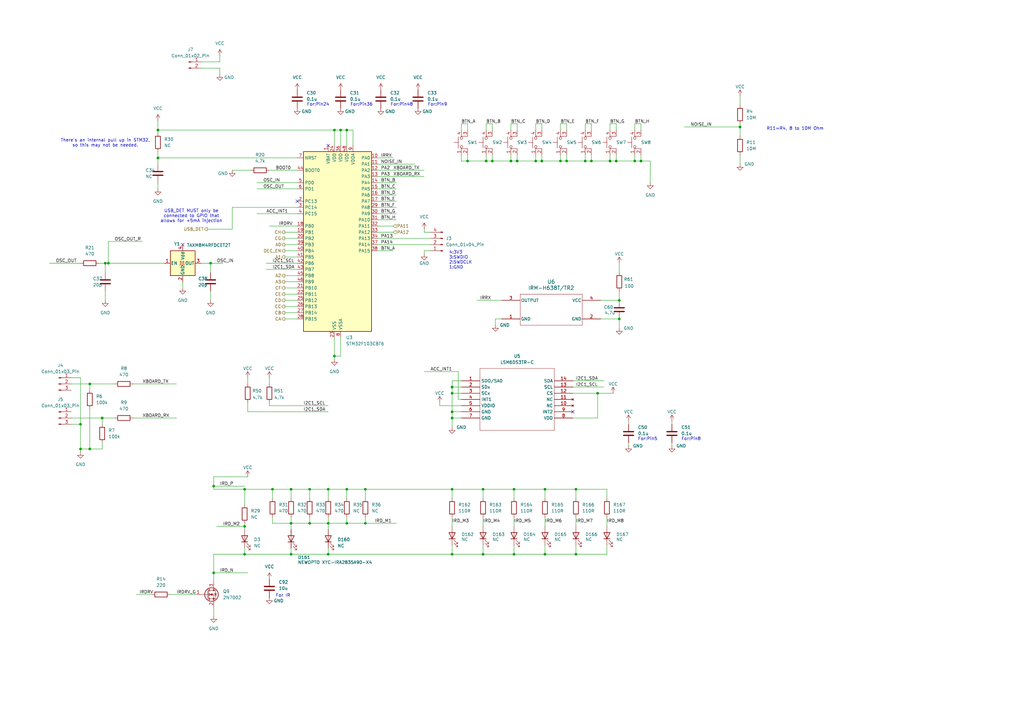
<source format=kicad_sch>
(kicad_sch (version 20231120) (generator "eeschema") (generator_version "8.0")
  (paper "A3")
  (junction (at 191.77 66.04))
  (junction (at 119.38 200.66))
  (junction (at 303.53 52.07))
  (junction (at 240.03 66.04))
  (junction (at 254 123.19))
  (junction (at 137.16 53.34))
  (junction (at 87.63 199.39))
  (junction (at 87.63 234.95))
  (junction (at 142.24 200.66))
  (junction (at 236.22 227.33))
  (junction (at 198.12 200.66))
  (junction (at 149.86 200.66))
  (junction (at 236.22 200.66))
  (junction (at 137.16 146.05))
  (junction (at 119.38 214.63))
  (junction (at 149.86 214.63))
  (junction (at 254 130.81))
  (junction (at 134.62 200.66))
  (junction (at 219.71 66.04))
  (junction (at 119.38 227.33))
  (junction (at 33.02 173.99))
  (junction (at 250.19 66.04))
  (junction (at 262.89 66.04))
  (junction (at 223.52 200.66))
  (junction (at 134.62 214.63))
  (junction (at 134.62 227.33))
  (junction (at 223.52 227.33))
  (junction (at 222.25 66.04))
  (junction (at 86.36 107.95))
  (junction (at 100.33 200.66))
  (junction (at 41.91 171.45))
  (junction (at 111.76 200.66))
  (junction (at 127 214.63))
  (junction (at 36.83 157.48))
  (junction (at 232.41 66.04))
  (junction (at 185.42 200.66))
  (junction (at 209.55 66.04))
  (junction (at 44.45 107.95))
  (junction (at 242.57 66.04))
  (junction (at 127 200.66))
  (junction (at 185.42 158.75))
  (junction (at 252.73 66.04))
  (junction (at 185.42 161.29))
  (junction (at 142.24 214.63))
  (junction (at 43.18 107.95))
  (junction (at 210.82 227.33))
  (junction (at 64.77 53.34))
  (junction (at 36.83 184.15))
  (junction (at 212.09 66.04))
  (junction (at 64.77 64.77))
  (junction (at 201.93 66.04))
  (junction (at 199.39 66.04))
  (junction (at 100.33 215.9))
  (junction (at 210.82 200.66))
  (junction (at 198.12 227.33))
  (junction (at 100.33 227.33))
  (junction (at 185.42 168.91))
  (junction (at 139.7 53.34))
  (junction (at 185.42 227.33))
  (junction (at 142.24 53.34))
  (junction (at 229.87 66.04))
  (junction (at 185.42 171.45))
  (junction (at 33.02 184.15))
  (junction (at 260.35 66.04))
  (junction (at 245.11 161.29))
  (no_connect (at 134.62 59.69))
  (no_connect (at 74.93 100.33))
  (no_connect (at 121.92 82.55))
  (no_connect (at 234.95 168.91))
  (wire (pts (xy 100.33 200.66) (xy 100.33 207.01)))
  (wire (pts (xy 246.38 130.81) (xy 254 130.81)))
  (wire (pts (xy 110.49 166.37) (xy 134.62 166.37)))
  (wire (pts (xy 111.76 200.66) (xy 111.76 204.47)))
  (wire (pts (xy 95.25 85.09) (xy 95.25 93.98)))
  (wire (pts (xy 260.35 63.5) (xy 260.35 66.04)))
  (wire (pts (xy 303.53 52.07) (xy 303.53 50.8)))
  (wire (pts (xy 119.38 200.66) (xy 119.38 204.47)))
  (wire (pts (xy 212.09 66.04) (xy 209.55 66.04)))
  (wire (pts (xy 64.77 53.34) (xy 137.16 53.34)))
  (wire (pts (xy 275.59 181.61) (xy 275.59 182.88)))
  (wire (pts (xy 275.59 172.72) (xy 275.59 173.99)))
  (wire (pts (xy 222.25 66.04) (xy 219.71 66.04)))
  (wire (pts (xy 116.84 123.19) (xy 121.92 123.19)))
  (wire (pts (xy 198.12 212.09) (xy 198.12 215.9)))
  (wire (pts (xy 137.16 53.34) (xy 137.16 59.69)))
  (wire (pts (xy 198.12 227.33) (xy 210.82 227.33)))
  (wire (pts (xy 149.86 212.09) (xy 149.86 214.63)))
  (wire (pts (xy 242.57 66.04) (xy 240.03 66.04)))
  (wire (pts (xy 232.41 63.5) (xy 232.41 66.04)))
  (wire (pts (xy 185.42 227.33) (xy 185.42 223.52)))
  (wire (pts (xy 85.09 93.98) (xy 95.25 93.98)))
  (wire (pts (xy 185.42 156.21) (xy 185.42 158.75)))
  (wire (pts (xy 105.41 77.47) (xy 121.92 77.47)))
  (wire (pts (xy 87.63 200.66) (xy 100.33 200.66)))
  (wire (pts (xy 303.53 52.07) (xy 303.53 55.88)))
  (wire (pts (xy 111.76 200.66) (xy 119.38 200.66)))
  (wire (pts (xy 199.39 63.5) (xy 199.39 66.04)))
  (wire (pts (xy 185.42 171.45) (xy 185.42 175.26)))
  (wire (pts (xy 116.84 120.65) (xy 121.92 120.65)))
  (wire (pts (xy 44.45 107.95) (xy 67.31 107.95)))
  (wire (pts (xy 212.09 63.5) (xy 212.09 66.04)))
  (wire (pts (xy 137.16 138.43) (xy 137.16 146.05)))
  (wire (pts (xy 262.89 50.8) (xy 262.89 53.34)))
  (wire (pts (xy 154.94 67.31) (xy 170.18 67.31)))
  (wire (pts (xy 95.25 69.85) (xy 102.87 69.85)))
  (wire (pts (xy 116.84 95.25) (xy 121.92 95.25)))
  (wire (pts (xy 219.71 63.5) (xy 219.71 66.04)))
  (wire (pts (xy 191.77 66.04) (xy 199.39 66.04)))
  (wire (pts (xy 189.23 63.5) (xy 189.23 66.04)))
  (wire (pts (xy 87.63 234.95) (xy 87.63 227.33)))
  (wire (pts (xy 109.22 107.95) (xy 121.92 107.95)))
  (wire (pts (xy 154.94 85.09) (xy 162.56 85.09)))
  (wire (pts (xy 212.09 50.8) (xy 212.09 53.34)))
  (wire (pts (xy 105.41 87.63) (xy 121.92 87.63)))
  (wire (pts (xy 44.45 107.95) (xy 44.45 99.06)))
  (wire (pts (xy 185.42 227.33) (xy 198.12 227.33)))
  (wire (pts (xy 154.94 102.87) (xy 161.29 102.87)))
  (wire (pts (xy 154.94 90.17) (xy 162.56 90.17)))
  (wire (pts (xy 254 107.95) (xy 254 111.76)))
  (wire (pts (xy 189.23 163.83) (xy 187.96 163.83)))
  (wire (pts (xy 134.62 200.66) (xy 142.24 200.66)))
  (wire (pts (xy 134.62 200.66) (xy 134.62 204.47)))
  (wire (pts (xy 248.92 200.66) (xy 248.92 204.47)))
  (wire (pts (xy 173.99 152.4) (xy 187.96 152.4)))
  (wire (pts (xy 154.94 100.33) (xy 176.53 100.33)))
  (wire (pts (xy 54.61 157.48) (xy 72.39 157.48)))
  (wire (pts (xy 116.84 100.33) (xy 121.92 100.33)))
  (wire (pts (xy 242.57 50.8) (xy 242.57 53.34)))
  (wire (pts (xy 100.33 215.9) (xy 100.33 217.17)))
  (wire (pts (xy 127 200.66) (xy 127 204.47)))
  (wire (pts (xy 252.73 50.8) (xy 252.73 53.34)))
  (wire (pts (xy 64.77 53.34) (xy 64.77 54.61)))
  (wire (pts (xy 142.24 214.63) (xy 134.62 214.63)))
  (wire (pts (xy 82.55 107.95) (xy 86.36 107.95)))
  (wire (pts (xy 154.94 80.01) (xy 162.56 80.01)))
  (wire (pts (xy 116.84 130.81) (xy 121.92 130.81)))
  (wire (pts (xy 201.93 66.04) (xy 209.55 66.04)))
  (wire (pts (xy 74.93 115.57) (xy 74.93 118.11)))
  (wire (pts (xy 189.23 50.8) (xy 191.77 50.8)))
  (wire (pts (xy 90.17 27.94) (xy 90.17 30.48)))
  (wire (pts (xy 116.84 118.11) (xy 121.92 118.11)))
  (wire (pts (xy 210.82 200.66) (xy 210.82 204.47)))
  (wire (pts (xy 127 214.63) (xy 119.38 214.63)))
  (wire (pts (xy 236.22 200.66) (xy 236.22 204.47)))
  (wire (pts (xy 110.49 92.71) (xy 121.92 92.71)))
  (wire (pts (xy 242.57 63.5) (xy 242.57 66.04)))
  (wire (pts (xy 127 200.66) (xy 134.62 200.66)))
  (wire (pts (xy 201.93 66.04) (xy 199.39 66.04)))
  (wire (pts (xy 86.36 111.76) (xy 86.36 107.95)))
  (wire (pts (xy 252.73 63.5) (xy 252.73 66.04)))
  (wire (pts (xy 29.21 157.48) (xy 36.83 157.48)))
  (wire (pts (xy 223.52 212.09) (xy 223.52 215.9)))
  (wire (pts (xy 82.55 25.4) (xy 90.17 25.4)))
  (wire (pts (xy 100.33 214.63) (xy 100.33 215.9)))
  (wire (pts (xy 240.03 63.5) (xy 240.03 66.04)))
  (wire (pts (xy 116.84 97.79) (xy 121.92 97.79)))
  (wire (pts (xy 198.12 200.66) (xy 198.12 204.47)))
  (wire (pts (xy 29.21 173.99) (xy 33.02 173.99)))
  (wire (pts (xy 142.24 59.69) (xy 142.24 53.34)))
  (wire (pts (xy 254 119.38) (xy 254 123.19)))
  (wire (pts (xy 154.94 74.93) (xy 162.56 74.93)))
  (wire (pts (xy 242.57 66.04) (xy 250.19 66.04)))
  (wire (pts (xy 223.52 200.66) (xy 223.52 204.47)))
  (wire (pts (xy 189.23 66.04) (xy 191.77 66.04)))
  (wire (pts (xy 43.18 119.38) (xy 43.18 123.19)))
  (wire (pts (xy 134.62 227.33) (xy 119.38 227.33)))
  (wire (pts (xy 44.45 99.06) (xy 58.42 99.06)))
  (wire (pts (xy 90.17 25.4) (xy 90.17 22.86)))
  (wire (pts (xy 36.83 157.48) (xy 36.83 160.02)))
  (wire (pts (xy 232.41 50.8) (xy 232.41 53.34)))
  (wire (pts (xy 236.22 200.66) (xy 248.92 200.66)))
  (wire (pts (xy 43.18 107.95) (xy 44.45 107.95)))
  (wire (pts (xy 87.63 227.33) (xy 100.33 227.33)))
  (wire (pts (xy 29.21 154.94) (xy 33.02 154.94)))
  (wire (pts (xy 40.64 107.95) (xy 43.18 107.95)))
  (wire (pts (xy 134.62 227.33) (xy 185.42 227.33)))
  (wire (pts (xy 257.81 181.61) (xy 257.81 182.88)))
  (wire (pts (xy 246.38 123.19) (xy 254 123.19)))
  (wire (pts (xy 250.19 50.8) (xy 252.73 50.8)))
  (wire (pts (xy 144.78 59.69) (xy 144.78 53.34)))
  (wire (pts (xy 87.63 234.95) (xy 101.6 234.95)))
  (wire (pts (xy 173.99 93.98) (xy 173.99 95.25)))
  (wire (pts (xy 185.42 161.29) (xy 185.42 168.91)))
  (wire (pts (xy 185.42 200.66) (xy 198.12 200.66)))
  (wire (pts (xy 262.89 63.5) (xy 262.89 66.04)))
  (wire (pts (xy 203.2 130.81) (xy 205.74 130.81)))
  (wire (pts (xy 154.94 95.25) (xy 161.29 95.25)))
  (wire (pts (xy 185.42 200.66) (xy 185.42 204.47)))
  (wire (pts (xy 144.78 53.34) (xy 142.24 53.34)))
  (wire (pts (xy 127 214.63) (xy 134.62 214.63)))
  (wire (pts (xy 87.63 195.58) (xy 87.63 199.39)))
  (wire (pts (xy 236.22 227.33) (xy 248.92 227.33)))
  (wire (pts (xy 250.19 53.34) (xy 250.19 50.8)))
  (wire (pts (xy 222.25 50.8) (xy 222.25 53.34)))
  (wire (pts (xy 280.67 52.07) (xy 303.53 52.07)))
  (wire (pts (xy 100.33 224.79) (xy 100.33 227.33)))
  (wire (pts (xy 199.39 53.34) (xy 199.39 50.8)))
  (wire (pts (xy 185.42 161.29) (xy 189.23 161.29)))
  (wire (pts (xy 260.35 53.34) (xy 260.35 50.8)))
  (wire (pts (xy 209.55 50.8) (xy 212.09 50.8)))
  (wire (pts (xy 187.96 163.83) (xy 187.96 152.4)))
  (wire (pts (xy 64.77 74.93) (xy 64.77 77.47)))
  (wire (pts (xy 252.73 66.04) (xy 260.35 66.04)))
  (wire (pts (xy 86.36 119.38) (xy 86.36 123.19)))
  (wire (pts (xy 198.12 227.33) (xy 198.12 223.52)))
  (wire (pts (xy 229.87 63.5) (xy 229.87 66.04)))
  (wire (pts (xy 41.91 181.61) (xy 41.91 184.15)))
  (wire (pts (xy 234.95 156.21) (xy 247.65 156.21)))
  (wire (pts (xy 209.55 53.34) (xy 209.55 50.8)))
  (wire (pts (xy 54.61 171.45) (xy 72.39 171.45)))
  (wire (pts (xy 142.24 212.09) (xy 142.24 214.63)))
  (wire (pts (xy 20.32 107.95) (xy 33.02 107.95)))
  (wire (pts (xy 240.03 50.8) (xy 242.57 50.8)))
  (wire (pts (xy 240.03 53.34) (xy 240.03 50.8)))
  (wire (pts (xy 33.02 154.94) (xy 33.02 173.99)))
  (wire (pts (xy 36.83 167.64) (xy 36.83 184.15)))
  (wire (pts (xy 41.91 184.15) (xy 36.83 184.15)))
  (wire (pts (xy 119.38 214.63) (xy 119.38 217.17)))
  (wire (pts (xy 303.53 39.37) (xy 303.53 43.18)))
  (wire (pts (xy 185.42 158.75) (xy 185.42 161.29)))
  (wire (pts (xy 248.92 212.09) (xy 248.92 215.9)))
  (wire (pts (xy 223.52 200.66) (xy 236.22 200.66)))
  (wire (pts (xy 260.35 50.8) (xy 262.89 50.8)))
  (wire (pts (xy 87.63 234.95) (xy 87.63 238.76)))
  (wire (pts (xy 100.33 200.66) (xy 111.76 200.66)))
  (wire (pts (xy 189.23 156.21) (xy 185.42 156.21)))
  (wire (pts (xy 234.95 158.75) (xy 247.65 158.75)))
  (wire (pts (xy 110.49 166.37) (xy 110.49 165.1)))
  (wire (pts (xy 232.41 66.04) (xy 240.03 66.04)))
  (wire (pts (xy 134.62 212.09) (xy 134.62 214.63)))
  (wire (pts (xy 119.38 212.09) (xy 119.38 214.63)))
  (wire (pts (xy 110.49 154.94) (xy 110.49 157.48)))
  (wire (pts (xy 154.94 69.85) (xy 173.99 69.85)))
  (wire (pts (xy 149.86 200.66) (xy 185.42 200.66)))
  (wire (pts (xy 64.77 62.23) (xy 64.77 64.77)))
  (wire (pts (xy 88.9 215.9) (xy 100.33 215.9)))
  (wire (pts (xy 245.11 161.29) (xy 245.11 171.45)))
  (wire (pts (xy 87.63 195.58) (xy 101.6 195.58)))
  (wire (pts (xy 212.09 66.04) (xy 219.71 66.04)))
  (wire (pts (xy 36.83 184.15) (xy 33.02 184.15)))
  (wire (pts (xy 266.7 74.93) (xy 266.7 66.04)))
  (wire (pts (xy 119.38 200.66) (xy 127 200.66)))
  (wire (pts (xy 116.84 102.87) (xy 121.92 102.87)))
  (wire (pts (xy 210.82 212.09) (xy 210.82 215.9)))
  (wire (pts (xy 87.63 248.92) (xy 87.63 252.73)))
  (wire (pts (xy 119.38 227.33) (xy 100.33 227.33)))
  (wire (pts (xy 41.91 171.45) (xy 46.99 171.45)))
  (wire (pts (xy 116.84 128.27) (xy 121.92 128.27)))
  (wire (pts (xy 210.82 200.66) (xy 223.52 200.66)))
  (wire (pts (xy 149.86 200.66) (xy 149.86 204.47)))
  (wire (pts (xy 142.24 53.34) (xy 139.7 53.34)))
  (wire (pts (xy 191.77 66.04) (xy 191.77 63.5)))
  (wire (pts (xy 154.94 64.77) (xy 161.29 64.77)))
  (wire (pts (xy 191.77 50.8) (xy 191.77 53.34)))
  (wire (pts (xy 222.25 63.5) (xy 222.25 66.04)))
  (wire (pts (xy 180.34 166.37) (xy 180.34 165.1)))
  (wire (pts (xy 219.71 53.34) (xy 219.71 50.8)))
  (wire (pts (xy 236.22 227.33) (xy 236.22 223.52)))
  (wire (pts (xy 210.82 227.33) (xy 223.52 227.33)))
  (wire (pts (xy 142.24 214.63) (xy 149.86 214.63)))
  (wire (pts (xy 173.99 102.87) (xy 173.99 104.14)))
  (wire (pts (xy 154.94 77.47) (xy 162.56 77.47)))
  (wire (pts (xy 173.99 95.25) (xy 176.53 95.25)))
  (wire (pts (xy 43.18 107.95) (xy 43.18 111.76)))
  (wire (pts (xy 111.76 214.63) (xy 111.76 212.09)))
  (wire (pts (xy 245.11 171.45) (xy 234.95 171.45)))
  (wire (pts (xy 210.82 227.33) (xy 210.82 223.52)))
  (wire (pts (xy 116.84 125.73) (xy 121.92 125.73)))
  (wire (pts (xy 189.23 158.75) (xy 185.42 158.75)))
  (wire (pts (xy 82.55 27.94) (xy 90.17 27.94)))
  (wire (pts (xy 185.42 168.91) (xy 185.42 171.45)))
  (wire (pts (xy 101.6 168.91) (xy 101.6 165.1)))
  (wire (pts (xy 219.71 50.8) (xy 222.25 50.8)))
  (wire (pts (xy 154.94 87.63) (xy 162.56 87.63)))
  (wire (pts (xy 69.85 243.84) (xy 80.01 243.84)))
  (wire (pts (xy 262.89 66.04) (xy 260.35 66.04)))
  (wire (pts (xy 154.94 72.39) (xy 173.99 72.39)))
  (wire (pts (xy 234.95 161.29) (xy 245.11 161.29)))
  (wire (pts (xy 254 130.81) (xy 254 134.62)))
  (wire (pts (xy 121.92 85.09) (xy 95.25 85.09)))
  (wire (pts (xy 195.58 123.19) (xy 205.74 123.19)))
  (wire (pts (xy 149.86 214.63) (xy 162.56 214.63)))
  (wire (pts (xy 137.16 146.05) (xy 137.16 147.32)))
  (wire (pts (xy 229.87 50.8) (xy 232.41 50.8)))
  (wire (pts (xy 232.41 66.04) (xy 229.87 66.04)))
  (wire (pts (xy 257.81 172.72) (xy 257.81 173.99)))
  (wire (pts (xy 101.6 154.94) (xy 101.6 157.48)))
  (wire (pts (xy 137.16 146.05) (xy 139.7 146.05)))
  (wire (pts (xy 189.23 171.45) (xy 185.42 171.45)))
  (wire (pts (xy 36.83 157.48) (xy 46.99 157.48)))
  (wire (pts (xy 134.62 214.63) (xy 134.62 217.17)))
  (wire (pts (xy 303.53 63.5) (xy 303.53 67.31)))
  (wire (pts (xy 201.93 63.5) (xy 201.93 66.04)))
  (wire (pts (xy 248.92 227.33) (xy 248.92 223.52)))
  (wire (pts (xy 64.77 64.77) (xy 121.92 64.77)))
  (wire (pts (xy 87.63 199.39) (xy 100.33 199.39)))
  (wire (pts (xy 229.87 53.34) (xy 229.87 50.8)))
  (wire (pts (xy 116.84 105.41) (xy 121.92 105.41)))
  (wire (pts (xy 251.46 161.29) (xy 245.11 161.29)))
  (wire (pts (xy 236.22 212.09) (xy 236.22 215.9)))
  (wire (pts (xy 154.94 82.55) (xy 162.56 82.55)))
  (wire (pts (xy 198.12 200.66) (xy 210.82 200.66)))
  (wire (pts (xy 116.84 115.57) (xy 121.92 115.57)))
  (wire (pts (xy 116.84 113.03) (xy 121.92 113.03)))
  (wire (pts (xy 86.36 107.95) (xy 91.44 107.95)))
  (wire (pts (xy 119.38 224.79) (xy 119.38 227.33)))
  (wire (pts (xy 189.23 166.37) (xy 180.34 166.37)))
  (wire (pts (xy 252.73 66.04) (xy 250.19 66.04)))
  (wire (pts (xy 189.23 53.34) (xy 189.23 50.8)))
  (wire (pts (xy 109.22 110.49) (xy 121.92 110.49)))
  (wire (pts (xy 55.88 243.84) (xy 62.23 243.84)))
  (wire (pts (xy 29.21 171.45) (xy 41.91 171.45)))
  (wire (pts (xy 64.77 64.77) (xy 64.77 67.31)))
  (wire (pts (xy 266.7 66.04) (xy 262.89 66.04)))
  (wire (pts (xy 223.52 227.33) (xy 223.52 223.52)))
  (wire (pts (xy 33.02 173.99) (xy 33.02 184.15)))
  (wire (pts (xy 139.7 59.69) (xy 139.7 53.34)))
  (wire (pts (xy 222.25 66.04) (xy 229.87 66.04)))
  (wire (pts (xy 142.24 200.66) (xy 149.86 200.66)))
  (wire (pts (xy 87.63 199.39) (xy 87.63 200.66)))
  (wire (pts (xy 203.2 133.35) (xy 203.2 130.81)))
  (wire (pts (xy 33.02 184.15) (xy 33.02 185.42)))
  (wire (pts (xy 154.94 97.79) (xy 176.53 97.79)))
  (wire (pts (xy 139.7 53.34) (xy 137.16 53.34)))
  (wire (pts (xy 119.38 214.63) (xy 111.76 214.63)))
  (wire (pts (xy 105.41 74.93) (xy 121.92 74.93)))
  (wire (pts (xy 176.53 102.87) (xy 173.99 102.87)))
  (wire (pts (xy 250.19 63.5) (xy 250.19 66.04)))
  (wire (pts (xy 201.93 50.8) (xy 201.93 53.34)))
  (wire (pts (xy 185.42 212.09) (xy 185.42 215.9)))
  (wire (pts (xy 189.23 168.91) (xy 185.42 168.91)))
  (wire (pts (xy 41.91 171.45) (xy 41.91 173.99)))
  (wire (pts (xy 154.94 92.71) (xy 161.29 92.71)))
  (wire (pts (xy 127 212.09) (xy 127 214.63)))
  (wire (pts (xy 139.7 146.05) (xy 139.7 138.43)))
  (wire (pts (xy 134.62 224.79) (xy 134.62 227.33)))
  (wire (pts (xy 64.77 49.53) (xy 64.77 53.34)))
  (wire (pts (xy 223.52 227.33) (xy 236.22 227.33)))
  (wire (pts (xy 101.6 168.91) (xy 134.62 168.91)))
  (wire (pts (xy 199.39 50.8) (xy 201.93 50.8)))
  (wire (pts (xy 110.49 69.85) (xy 121.92 69.85)))
  (wire (pts (xy 142.24 200.66) (xy 142.24 204.47)))
  (wire (pts (xy 209.55 63.5) (xy 209.55 66.04)))
  (text "For:Pin48\n" (at 160.146 43.67 0) (effects (font (size 1.27 1.27)) (justify left bottom)))
  (text "There's an internal pull up in STM32,\nso this may not be needed." (at 43.18 58.674 0) (effects (font (size 1.27 1.27))))
  (text "4:3V3\n3:SWDIO\n2:SWDCLK\n1:GND" (at 184.15 110.49 0) (effects (font (size 1.27 1.27)) (justify left bottom)))
  (text "For:Pin24\n" (at 125.856 43.67 0) (effects (font (size 1.27 1.27)) (justify left bottom)))
  (text "For:Pin8\n" (at 279.4 180.848 0) (effects (font (size 1.27 1.27)) (justify left bottom)))
  (text "For:Pin9\n" (at 175.386 43.67 0) (effects (font (size 1.27 1.27)) (justify left bottom)))
  (text "USB_DET MUST only be\nconnected to GPIO that\nallows for +5mA injection\n" (at 78.486 88.646 0) (effects (font (size 1.27 1.27))))
  (text "For:Pin5\n" (at 261.62 180.848 0) (effects (font (size 1.27 1.27)) (justify left bottom)))
  (text "R11=R4, 8 to 10M Ohm" (at 326.136 52.832 0) (effects (font (size 1.27 1.27))))
  (text "For:Pin36\n" (at 143.636 43.67 0) (effects (font (size 1.27 1.27)) (justify left bottom)))
  (text "For IR\n" (at 116.078 244.348 0) (effects (font (size 1.27 1.27))))
  (label "BTN_D" (at 156.21 80.01 0))
  (label "BTN_F" (at 156.21 85.09 0))
  (label "ACC_INT1" (at 109.22 87.63 0))
  (label "BTN_H" (at 260.35 50.8 0))
  (label "BTN_G" (at 156.21 87.63 0))
  (label "BTN_A" (at 189.23 50.8 0))
  (label "I2C1_SCL" (at 124.46 166.37 0))
  (label "IRD_M1" (at 153.67 214.63 0))
  (label "IRD_M2" (at 91.44 215.9 0))
  (label "PA3" (at 156.21 72.39 0))
  (label "I2C1_SDA" (at 124.46 168.91 0))
  (label "PA13" (at 156.21 97.79 0))
  (label "BOOT0" (at 113.03 69.85 0))
  (label "OSC_IN" (at 88.9 107.95 0))
  (label "BTN_H" (at 156.21 90.17 0))
  (label "BTN_A" (at 156.21 102.87 0))
  (label "PA14" (at 156.21 100.33 0))
  (label "OSC_OUT" (at 107.95 77.47 0))
  (label "IRD_M7" (at 236.22 214.63 0))
  (label "ACC_INT1" (at 176.53 152.4 0))
  (label "I2C1_SDA" (at 236.22 156.21 0))
  (label "IRRX" (at 196.85 123.19 0))
  (label "XBOARD_RX" (at 58.42 171.45 0))
  (label "BTN_E" (at 156.21 82.55 0))
  (label "IRDRV" (at 57.15 243.84 0))
  (label "OSC_OUT" (at 22.86 107.95 0))
  (label "XBOARD_TX" (at 58.42 157.48 0))
  (label "NOISE_IN" (at 156.21 67.31 0))
  (label "BTN_C" (at 156.21 77.47 0))
  (label "IRDRV_G" (at 72.39 243.84 0))
  (label "IRD_M4" (at 198.12 214.63 0))
  (label "I2C1_SCL" (at 236.22 158.75 0))
  (label "NOISE_IN" (at 283.21 52.07 0))
  (label "OSC_OUT_R" (at 46.99 99.06 0))
  (label "BTN_E" (at 229.87 50.8 0))
  (label "BTN_D" (at 219.71 50.8 0))
  (label "BTN_F" (at 240.03 50.8 0))
  (label "IRD_N" (at 90.17 234.95 0))
  (label "IRD_M8" (at 248.92 214.63 0))
  (label "IRD_P" (at 90.17 199.39 0))
  (label "BTN_C" (at 209.55 50.8 0))
  (label "I2C1_SDA" (at 111.76 110.49 0))
  (label "I2C1_SCL" (at 111.76 107.95 0))
  (label "IRD_M6" (at 223.52 214.63 0))
  (label "PA2" (at 156.21 69.85 0))
  (label "OSC_IN" (at 107.95 74.93 0))
  (label "IRD_M5" (at 210.82 214.63 0))
  (label "IRRX" (at 156.21 64.77 0))
  (label "IRD_M3" (at 185.42 214.63 0))
  (label "XBOARD_TX" (at 161.29 69.85 0))
  (label "BTN_B" (at 199.39 50.8 0))
  (label "IRDRV" (at 114.3 92.71 0))
  (label "BTN_B" (at 156.21 74.93 0))
  (label "XBOARD_RX" (at 161.29 72.39 0))
  (label "BTN_G" (at 250.19 50.8 0))
  (hierarchical_label "A3" (shape output) (at 116.84 115.57 180))
  (hierarchical_label "CA" (shape output) (at 116.84 130.81 180))
  (hierarchical_label "CC" (shape output) (at 116.84 125.73 180))
  (hierarchical_label "CD" (shape output) (at 116.84 123.19 180))
  (hierarchical_label "DEC_EN" (shape output) (at 116.84 102.87 180))
  (hierarchical_label "A0" (shape output) (at 116.84 100.33 180))
  (hierarchical_label "PA12" (shape input) (at 161.29 95.25 0))
  (hierarchical_label "A2" (shape output) (at 116.84 113.03 180))
  (hierarchical_label "CH" (shape output) (at 116.84 95.25 180))
  (hierarchical_label "A1" (shape output) (at 116.84 105.41 180))
  (hierarchical_label "CE" (shape output) (at 116.84 120.65 180))
  (hierarchical_label "CG" (shape output) (at 116.84 97.79 180))
  (hierarchical_label "PA11" (shape input) (at 161.29 92.71 0))
  (hierarchical_label "CB" (shape output) (at 116.84 128.27 180))
  (hierarchical_label "CF" (shape output) (at 116.84 118.11 180))
  (hierarchical_label "USB_DET" (shape output) (at 85.09 93.98 180))
  (symbol (lib_id "Device:C") (at 257.81 177.8 0) (unit 1)
    (property "Reference" "C50" (at 261.62 175.26 0) (effects (justify left)))
    (property "Value" "0.1u" (at 261.62 177.8 0) (effects (justify left)))
    (property "Footprint" "Capacitor_SMD:C_0402_1005Metric_Pad0.74x0.62mm_HandSolder" (effects (hide yes)))
  )
  (symbol (lib_id "Device:R") (at 110.49 161.29 180) (unit 1)
    (property "Reference" "R51" (at 114.3 160.274 0))
    (property "Value" "4.7k" (at 114.554 163.068 0))
    (property "Footprint" "Resistor_SMD:R_0402_1005Metric_Pad0.72x0.64mm_HandSolder" (effects (hide yes)))
  )
  (symbol (lib_id "Device:R") (at 236.22 208.28 0) (unit 1)
    (property "Reference" "R166" (at 238.76 207.0099 0) (effects (justify left)))
    (property "Value" "110R" (at 238.76 209.5499 0) (effects (justify left)))
    (property "Footprint" "Resistor_SMD:R_1206_3216Metric_Pad1.30x1.75mm_HandSolder" (effects (hide yes)))
    (property "Description" "Resistor" (effects (hide yes)))
  )
  (symbol (lib_id "Device:C") (at 64.77 71.12 0) (unit 1)
    (property "Reference" "C34" (at 59.69 69.85 0) (effects (justify left)))
    (property "Value" "NC" (at 59.69 72.39 0) (effects (justify left)))
    (property "Footprint" "Capacitor_SMD:C_0402_1005Metric_Pad0.74x0.62mm_HandSolder" (effects (hide yes)))
  )
  (symbol (lib_id "power:GND") (at 137.16 147.32 0) (unit 1)
    (property "Reference" "#PWR022" (effects (hide yes)))
    (property "Value" "GND" (at 137.16 152.4 0))
  )
  (symbol (lib_id "Device:R") (at 303.53 46.99 0) (unit 1)
    (property "Reference" "R4" (at 306.07 45.7199 0) (effects (justify left)))
    (property "Value" "10M" (at 306.07 48.2599 0) (effects (justify left)))
    (property "Footprint" "Resistor_SMD:R_0402_1005Metric_Pad0.72x0.64mm_HandSolder" (effects (hide yes)))
    (property "Description" "Resistor" (effects (hide yes)))
  )
  (symbol (lib_id "Device:R") (at 111.76 208.28 0) (unit 1)
    (property "Reference" "R31" (at 114.3 207.0099 0) (effects (justify left)))
    (property "Value" "470" (at 114.3 209.5499 0) (effects (justify left)))
    (property "Footprint" "Resistor_SMD:R_0402_1005Metric_Pad0.72x0.64mm_HandSolder" (effects (hide yes)))
    (property "Description" "Resistor" (effects (hide yes)))
  )
  (symbol (lib_id "Device:R") (at 248.92 208.28 0) (unit 1)
    (property "Reference" "R167" (at 251.46 207.0099 0) (effects (justify left)))
    (property "Value" "110R" (at 251.46 209.5499 0) (effects (justify left)))
    (property "Footprint" "Resistor_SMD:R_1206_3216Metric_Pad1.30x1.75mm_HandSolder" (effects (hide yes)))
    (property "Description" "Resistor" (effects (hide yes)))
  )
  (symbol (lib_id "power:GND") (at 90.17 30.48 0) (unit 1)
    (property "Reference" "#PWR027" (effects (hide yes)))
    (property "Value" "GND" (at 93.98 31.75 0))
  )
  (symbol (lib_id "Device:R") (at 100.33 210.82 0) (unit 1)
    (property "Reference" "R29" (at 102.87 209.5499 0) (effects (justify left)))
    (property "Value" "NC" (at 102.87 212.0899 0) (effects (justify left)))
    (property "Footprint" "Resistor_SMD:R_0402_1005Metric_Pad0.72x0.64mm_HandSolder" (effects (hide yes)))
    (property "Description" "Resistor" (effects (hide yes)))
  )
  (symbol (lib_id "Device:R") (at 303.53 59.69 0) (unit 1)
    (property "Reference" "R11" (at 306.07 58.4199 0) (effects (justify left)))
    (property "Value" "10M" (at 306.07 60.9599 0) (effects (justify left)))
    (property "Footprint" "Resistor_SMD:R_0402_1005Metric_Pad0.72x0.64mm_HandSolder" (effects (hide yes)))
    (property "Description" "Resistor" (effects (hide yes)))
  )
  (symbol (lib_id "power:GND") (at 173.99 104.14 0) (unit 1)
    (property "Reference" "#PWR08" (effects (hide yes)))
    (property "Value" "GND" (at 173.99 107.95 0))
  )
  (symbol (lib_name "LED_1") (lib_id "Device:LED") (at 119.38 220.98 90) (unit 1)
    (property "Reference" "D161" (at 122.174 228.6 90) (effects (justify right)))
    (property "Value" "NEWOPTO XYC-IRA2835A90-X4" (at 122.174 230.632 90) (effects (justify right)))
    (property "Footprint" "LED_SMD:LED_PLCC_2835_Handsoldering" (effects (hide yes)))
  )
  (symbol (lib_id "Device:R") (at 50.8 171.45 90) (unit 1)
    (property "Reference" "R9" (at 50.8 165.1 90))
    (property "Value" "470" (at 50.8 167.64 90))
    (property "Footprint" "Resistor_SMD:R_0402_1005Metric_Pad0.72x0.64mm_HandSolder" (effects (hide yes)))
    (property "Description" "Resistor" (effects (hide yes)))
  )
  (symbol (lib_id "Connector:Conn_01x03_Pin") (at 24.13 157.48 0) (unit 1)
    (property "Reference" "J4" (at 24.765 149.86 0))
    (property "Value" "Conn_01x03_Pin" (at 24.765 152.4 0))
    (property "Footprint" "Connector_PinHeader_2.54mm:PinHeader_1x03_P2.54mm_Vertical" (effects (hide yes)))
    (property "Description" "Generic connector, single row, 01x03, script generated" (effects (hide yes)))
  )
  (symbol (lib_id "power:GND") (at 64.77 77.47 0) (unit 1)
    (property "Reference" "#PWR09" (effects (hide yes)))
    (property "Value" "GND" (at 64.77 82.55 0))
  )
  (symbol (lib_id "power:VCC") (at 121.92 36.83 0) (unit 1)
    (property "Reference" "#PWR0105" (effects (hide yes)))
    (property "Value" "VCC" (at 121.92 31.75 0))
  )
  (symbol (lib_id "Oscillator:ASE-xxxMHz") (at 74.93 107.95 0) (unit 1)
    (property "Reference" "Y1" (at 72.644 100.076 0))
    (property "Value" "TAXM8M4RFDCET2T" (at 85.598 100.584 0))
    (property "Footprint" "Oscillator:Oscillator_SMD_Abracon_ASE-4Pin_3.2x2.5mm" (effects (hide yes)))
    (property "Datasheet" "http://www.abracon.com/Oscillators/ASV.pdf" (effects (hide yes)))
  )
  (symbol (lib_id "power:VCC") (at 180.34 165.1 0) (unit 1)
    (property "Reference" "#PWR051" (effects (hide yes)))
    (property "Value" "VCC" (at 180.34 161.29 0))
  )
  (symbol (lib_id "Device:C") (at 110.49 241.3 0) (unit 1)
    (property "Reference" "C92" (at 114.3 238.76 0) (effects (justify left)))
    (property "Value" "10u" (at 114.3 241.3 0) (effects (justify left)))
    (property "Footprint" "Capacitor_SMD:C_0603_1608Metric_Pad1.08x0.95mm_HandSolder" (effects (hide yes)))
  )
  (symbol (lib_id "Device:C") (at 156.21 40.64 0) (unit 1)
    (property "Reference" "C32" (at 160.02 38.1 0) (effects (justify left)))
    (property "Value" "0.1u" (at 160.02 40.64 0) (effects (justify left)))
    (property "Footprint" "Capacitor_SMD:C_0402_1005Metric_Pad0.74x0.62mm_HandSolder" (effects (hide yes)))
  )
  (symbol (lib_id "power:VCC") (at 171.45 36.83 0) (unit 1)
    (property "Reference" "#PWR0103" (effects (hide yes)))
    (property "Value" "VCC" (at 171.45 31.75 0))
  )
  (symbol (lib_id "Device:R") (at 223.52 208.28 0) (unit 1)
    (property "Reference" "R165" (at 226.06 207.0099 0) (effects (justify left)))
    (property "Value" "110R" (at 226.06 209.5499 0) (effects (justify left)))
    (property "Footprint" "Resistor_SMD:R_1206_3216Metric_Pad1.30x1.75mm_HandSolder" (effects (hide yes)))
    (property "Description" "Resistor" (effects (hide yes)))
  )
  (symbol (lib_id "myLib:IRM-H638T/TR2") (at 205.74 125.73 0) (unit 1)
    (property "Reference" "U6" (at 226.06 115.57 0) (effects (font (size 1.524 1.524))))
    (property "Value" "IRM-H638T/TR2" (at 226.06 118.11 0) (effects (font (size 1.524 1.524))))
    (property "Footprint" "myLib:IRM-H638T" (effects (hide yes)))
    (property "Datasheet" "IRM-H638T/TR2" (effects (hide yes)))
  )
  (symbol (lib_name "LED_1") (lib_id "Device:LED") (at 185.42 219.71 90) (unit 1)
    (property "Reference" "D162" (at 189.23 219.202 90) (effects (justify right)))
    (property "Value" "NC" (at 189.23 221.234 90) (effects (justify right)))
    (property "Footprint" "LED_SMD:LED_PLCC_2835_Handsoldering" (effects (hide yes)))
  )
  (symbol (lib_id "power:VCC") (at 251.46 161.29 0) (unit 1)
    (property "Reference" "#PWR041" (effects (hide yes)))
    (property "Value" "VCC" (at 251.46 157.48 0))
  )
  (symbol (lib_id "Device:R") (at 254 115.57 180) (unit 1)
    (property "Reference" "R61" (at 257.81 114.554 0))
    (property "Value" "100" (at 258.064 117.348 0))
    (property "Footprint" "Resistor_SMD:R_0402_1005Metric_Pad0.72x0.64mm_HandSolder" (effects (hide yes)))
  )
  (symbol (lib_name "LED_1") (lib_id "Device:LED") (at 134.62 220.98 90) (unit 1)
    (property "Reference" "D160" (at 138.43 221.2974 90) (effects (justify right)))
    (property "Value" "NC" (at 138.43 223.8374 90) (effects (justify right)))
    (property "Footprint" "LED_SMD:LED_PLCC_2835_Handsoldering" (effects (hide yes)))
  )
  (symbol (lib_id "Device:R") (at 185.42 208.28 0) (unit 1)
    (property "Reference" "R162" (at 187.96 207.0099 0) (effects (justify left)))
    (property "Value" "110R" (at 187.96 209.5499 0) (effects (justify left)))
    (property "Footprint" "Resistor_SMD:R_1206_3216Metric_Pad1.30x1.75mm_HandSolder" (effects (hide yes)))
    (property "Description" "Resistor" (effects (hide yes)))
  )
  (symbol (lib_id "power:VCC") (at 110.49 154.94 0) (unit 1)
    (property "Reference" "#PWR053" (effects (hide yes)))
    (property "Value" "VCC" (at 110.49 151.13 0))
  )
  (symbol (lib_id "Device:R") (at 127 208.28 0) (unit 1)
    (property "Reference" "R33" (at 129.54 207.0099 0) (effects (justify left)))
    (property "Value" "470" (at 129.54 209.5499 0) (effects (justify left)))
    (property "Footprint" "Resistor_SMD:R_0402_1005Metric_Pad0.72x0.64mm_HandSolder" (effects (hide yes)))
    (property "Description" "Resistor" (effects (hide yes)))
  )
  (symbol (lib_id "Device:R") (at 41.91 177.8 0) (unit 1)
    (property "Reference" "R7" (at 44.45 176.5299 0) (effects (justify left)))
    (property "Value" "100k" (at 44.45 179.0699 0) (effects (justify left)))
    (property "Footprint" "Resistor_SMD:R_0402_1005Metric_Pad0.72x0.64mm_HandSolder" (effects (hide yes)))
    (property "Description" "Resistor" (effects (hide yes)))
  )
  (symbol (lib_id "power:VCC") (at 156.21 36.83 0) (unit 1)
    (property "Reference" "#PWR0102" (effects (hide yes)))
    (property "Value" "VCC" (at 156.21 31.75 0))
  )
  (symbol (lib_id "power:GND") (at 43.18 123.19 0) (unit 1)
    (property "Reference" "#PWR025" (effects (hide yes)))
    (property "Value" "GND" (at 43.18 128.27 0))
  )
  (symbol (lib_id "Device:C") (at 139.7 40.64 0) (unit 1)
    (property "Reference" "C31" (at 143.51 38.1 0) (effects (justify left)))
    (property "Value" "0.1u" (at 143.51 40.64 0) (effects (justify left)))
    (property "Footprint" "Capacitor_SMD:C_0402_1005Metric_Pad0.74x0.62mm_HandSolder" (effects (hide yes)))
  )
  (symbol (lib_name "LED_1") (lib_id "Device:LED") (at 248.92 219.71 90) (unit 1)
    (property "Reference" "D167" (at 252.73 219.202 90) (effects (justify right)))
    (property "Value" "NC" (at 252.73 221.234 90) (effects (justify right)))
    (property "Footprint" "LED_SMD:LED_PLCC_2835_Handsoldering" (effects (hide yes)))
  )
  (symbol (lib_id "power:GND") (at 266.7 74.93 0) (unit 1)
    (property "Reference" "#PWR024" (effects (hide yes)))
    (property "Value" "GND" (at 266.7 80.01 0))
  )
  (symbol (lib_id "power:GND") (at 257.81 182.88 0) (unit 1)
    (property "Reference" "#PWR039" (effects (hide yes)))
    (property "Value" "GND" (at 261.62 182.88 0))
  )
  (symbol (lib_id "power:GND") (at 185.42 175.26 0) (unit 1)
    (property "Reference" "#PWR050" (effects (hide yes)))
    (property "Value" "GND" (at 189.23 175.26 0))
  )
  (symbol (lib_id "power:GND") (at 139.7 44.45 0) (unit 1)
    (property "Reference" "#PWR034" (effects (hide yes)))
    (property "Value" "GND" (at 143.51 45.72 0))
  )
  (symbol (lib_id "Device:R") (at 198.12 208.28 0) (unit 1)
    (property "Reference" "R163" (at 200.66 207.0099 0) (effects (justify left)))
    (property "Value" "110R" (at 200.66 209.5499 0) (effects (justify left)))
    (property "Footprint" "Resistor_SMD:R_1206_3216Metric_Pad1.30x1.75mm_HandSolder" (effects (hide yes)))
    (property "Description" "Resistor" (effects (hide yes)))
  )
  (symbol (lib_id "Switch:SW_MEC_5E") (at 222.25 58.42 90) (unit 1)
    (property "Reference" "SW4" (at 222.25 58.42 90) (effects (justify right)))
    (property "Value" "SW_MEC_5E" (effects (hide yes)))
    (property "Footprint" "myLib:SOIC4_TL3301SPF160RGTAPE_EWI" (effects (hide yes)))
    (property "Datasheet" "http://www.apem.com/int/index.php?controller=attachment&id_attachment=1371" (effects (hide yes)))
  )
  (symbol (lib_id "power:VCC") (at 275.59 172.72 0) (unit 1)
    (property "Reference" "#PWR043" (effects (hide yes)))
    (property "Value" "VCC" (at 275.59 168.91 0))
  )
  (symbol (lib_id "Transistor_FET:2N7002") (at 85.09 243.84 0) (unit 1)
    (property "Reference" "Q9" (at 91.44 242.5699 0) (effects (justify left)))
    (property "Value" "2N7002" (at 91.44 245.1099 0) (effects (justify left)))
    (property "Footprint" "Package_TO_SOT_SMD:SOT-23" (effects (hide yes)))
    (property "Datasheet" "https://www.onsemi.com/pub/Collateral/NDS7002A-D.PDF" (effects (hide yes)))
    (property "Description" "0.115A Id, 60V Vds, N-Channel MOSFET, SOT-23" (effects (hide yes)))
  )
  (symbol (lib_id "power:GND") (at 95.25 69.85 0) (unit 1)
    (property "Reference" "#PWR023" (effects (hide yes)))
    (property "Value" "GND" (at 91.44 71.12 0))
  )
  (symbol (lib_id "Device:R") (at 210.82 208.28 0) (unit 1)
    (property "Reference" "R164" (at 213.36 207.0099 0) (effects (justify left)))
    (property "Value" "110R" (at 213.36 209.5499 0) (effects (justify left)))
    (property "Footprint" "Resistor_SMD:R_1206_3216Metric_Pad1.30x1.75mm_HandSolder" (effects (hide yes)))
    (property "Description" "Resistor" (effects (hide yes)))
  )
  (symbol (lib_id "power:GND") (at 171.45 44.45 0) (unit 1)
    (property "Reference" "#PWR038" (effects (hide yes)))
    (property "Value" "GND" (at 175.26 45.72 0))
  )
  (symbol (lib_id "Device:R") (at 50.8 157.48 90) (unit 1)
    (property "Reference" "R8" (at 50.8 151.13 90))
    (property "Value" "470" (at 50.8 153.67 90))
    (property "Footprint" "Resistor_SMD:R_0402_1005Metric_Pad0.72x0.64mm_HandSolder" (effects (hide yes)))
    (property "Description" "Resistor" (effects (hide yes)))
  )
  (symbol (lib_id "power:GND") (at 254 134.62 0) (unit 1)
    (property "Reference" "#PWR037" (effects (hide yes)))
    (property "Value" "GND" (at 257.81 134.62 0))
  )
  (symbol (lib_id "Switch:SW_MEC_5E") (at 262.89 58.42 90) (unit 1)
    (property "Reference" "SW8" (at 262.89 58.42 90) (effects (justify right)))
    (property "Value" "SW_MEC_5E" (effects (hide yes)))
    (property "Footprint" "myLib:SOIC4_TL3301SPF160RGTAPE_EWI" (effects (hide yes)))
    (property "Datasheet" "http://www.apem.com/int/index.php?controller=attachment&id_attachment=1371" (effects (hide yes)))
  )
  (symbol (lib_id "Device:R") (at 64.77 58.42 0) (unit 1)
    (property "Reference" "R30" (at 67.31 57.1499 0) (effects (justify left)))
    (property "Value" "NC" (at 67.31 59.6899 0) (effects (justify left)))
    (property "Footprint" "Resistor_SMD:R_0402_1005Metric_Pad0.72x0.64mm_HandSolder" (effects (hide yes)))
  )
  (symbol (lib_id "power:VCC") (at 90.17 22.86 0) (unit 1)
    (property "Reference" "#PWR021" (effects (hide yes)))
    (property "Value" "VCC" (at 90.17 17.78 0))
  )
  (symbol (lib_id "power:VCC") (at 101.6 195.58 0) (unit 1)
    (property "Reference" "#PWR020" (effects (hide yes)))
    (property "Value" "VCC" (at 101.6 191.77 0))
  )
  (symbol (lib_id "Device:C") (at 43.18 115.57 0) (unit 1)
    (property "Reference" "C37" (at 38.1 114.3 0) (effects (justify left)))
    (property "Value" "20p" (at 38.1 116.84 0) (effects (justify left)))
    (property "Footprint" "Capacitor_SMD:C_0402_1005Metric_Pad0.74x0.62mm_HandSolder" (effects (hide yes)))
  )
  (symbol (lib_id "Switch:SW_MEC_5E") (at 252.73 58.42 90) (unit 1)
    (property "Reference" "SW7" (at 252.73 58.42 90) (effects (justify right)))
    (property "Value" "SW_MEC_5E" (effects (hide yes)))
    (property "Footprint" "myLib:SOIC4_TL3301SPF160RGTAPE_EWI" (effects (hide yes)))
    (property "Datasheet" "http://www.apem.com/int/index.php?controller=attachment&id_attachment=1371" (effects (hide yes)))
  )
  (symbol (lib_id "power:VCC") (at 254 107.95 0) (unit 1)
    (property "Reference" "#PWR033" (effects (hide yes)))
    (property "Value" "VCC" (at 254 104.14 0))
  )
  (symbol (lib_id "power:VCC") (at 257.81 172.72 0) (unit 1)
    (property "Reference" "#PWR042" (effects (hide yes)))
    (property "Value" "VCC" (at 257.81 168.91 0))
  )
  (symbol (lib_id "Device:R") (at 134.62 208.28 0) (unit 1)
    (property "Reference" "R34" (at 137.16 207.0099 0) (effects (justify left)))
    (property "Value" "470" (at 137.16 209.5499 0) (effects (justify left)))
    (property "Footprint" "Resistor_SMD:R_0402_1005Metric_Pad0.72x0.64mm_HandSolder" (effects (hide yes)))
    (property "Description" "Resistor" (effects (hide yes)))
  )
  (symbol (lib_id "myLib:LSM6DS3TR-C") (at 213.36 162.56 0) (unit 1)
    (property "Reference" "U5" (at 212.09 146.05 0))
    (property "Value" "LSM6DS3TR-C" (at 212.09 148.59 0))
    (property "Footprint" "myLib:QFN_S3TR-C_STM" (effects (hide yes)))
  )
  (symbol (lib_id "Device:C") (at 171.45 40.64 0) (unit 1)
    (property "Reference" "C33" (at 175.26 38.1 0) (effects (justify left)))
    (property "Value" "0.1u" (at 175.26 40.64 0) (effects (justify left)))
    (property "Footprint" "Capacitor_SMD:C_0402_1005Metric_Pad0.74x0.62mm_HandSolder" (effects (hide yes)))
  )
  (symbol (lib_id "power:GND") (at 87.63 252.73 0) (unit 1)
    (property "Reference" "#PWR030" (effects (hide yes)))
    (property "Value" "GND" (at 87.63 257.81 0))
  )
  (symbol (lib_id "Device:C") (at 275.59 177.8 0) (unit 1)
    (property "Reference" "C51" (at 279.4 175.26 0) (effects (justify left)))
    (property "Value" "0.1u" (at 279.4 177.8 0) (effects (justify left)))
    (property "Footprint" "Capacitor_SMD:C_0402_1005Metric_Pad0.74x0.62mm_HandSolder" (effects (hide yes)))
  )
  (symbol (lib_id "Device:R") (at 36.83 107.95 90) (unit 1)
    (property "Reference" "R21" (at 36.83 101.6 90))
    (property "Value" "470" (at 36.83 104.14 90))
    (property "Footprint" "Resistor_SMD:R_0402_1005Metric_Pad0.72x0.64mm_HandSolder" (effects (hide yes)))
    (property "Description" "Resistor" (effects (hide yes)))
  )
  (symbol (lib_id "Device:R") (at 66.04 243.84 90) (unit 1)
    (property "Reference" "R14" (at 66.04 237.49 90))
    (property "Value" "220" (at 66.04 240.03 90))
    (property "Footprint" "Resistor_SMD:R_0402_1005Metric_Pad0.72x0.64mm_HandSolder" (effects (hide yes)))
    (property "Description" "Resistor" (effects (hide yes)))
  )
  (symbol (lib_id "power:VCC") (at 139.7 36.83 0) (unit 1)
    (property "Reference" "#PWR0106" (effects (hide yes)))
    (property "Value" "VCC" (at 139.7 31.75 0))
  )
  (symbol (lib_id "power:GND") (at 275.59 182.88 0) (unit 1)
    (property "Reference" "#PWR049" (effects (hide yes)))
    (property "Value" "GND" (at 279.4 182.88 0))
  )
  (symbol (lib_id "power:VCC") (at 101.6 154.94 0) (unit 1)
    (property "Reference" "#PWR052" (effects (hide yes)))
    (property "Value" "VCC" (at 101.6 151.13 0))
  )
  (symbol (lib_name "LED_1") (lib_id "Device:LED") (at 198.12 219.71 90) (unit 1)
    (property "Reference" "D163" (at 201.93 219.202 90) (effects (justify right)))
    (property "Value" "NC" (at 201.93 221.234 90) (effects (justify right)))
    (property "Footprint" "LED_SMD:LED_PLCC_2835_Handsoldering" (effects (hide yes)))
  )
  (symbol (lib_id "Device:C") (at 86.36 115.57 0) (unit 1)
    (property "Reference" "C38" (at 81.28 114.3 0) (effects (justify left)))
    (property "Value" "20p" (at 81.28 116.84 0) (effects (justify left)))
    (property "Footprint" "Capacitor_SMD:C_0402_1005Metric_Pad0.74x0.62mm_HandSolder" (effects (hide yes)))
  )
  (symbol (lib_id "Switch:SW_MEC_5E") (at 242.57 58.42 90) (unit 1)
    (property "Reference" "SW6" (at 242.57 58.42 90) (effects (justify right)))
    (property "Value" "SW_MEC_5E" (effects (hide yes)))
    (property "Footprint" "myLib:SOIC4_TL3301SPF160RGTAPE_EWI" (effects (hide yes)))
    (property "Datasheet" "http://www.apem.com/int/index.php?controller=attachment&id_attachment=1371" (effects (hide yes)))
  )
  (symbol (lib_id "power:GND") (at 121.92 44.45 0) (unit 1)
    (property "Reference" "#PWR031" (effects (hide yes)))
    (property "Value" "GND" (at 125.73 45.72 0))
  )
  (symbol (lib_id "Device:C") (at 254 127 0) (unit 1)
    (property "Reference" "C60" (at 247.65 125.984 0) (effects (justify left)))
    (property "Value" "4.7u" (at 247.904 128.27 0) (effects (justify left)))
    (property "Footprint" "Capacitor_SMD:C_0603_1608Metric_Pad1.08x0.95mm_HandSolder" (effects (hide yes)))
  )
  (symbol (lib_name "LED_1") (lib_id "Device:LED") (at 210.82 219.71 90) (unit 1)
    (property "Reference" "D164" (at 214.63 219.202 90) (effects (justify right)))
    (property "Value" "NC" (at 214.63 221.234 90) (effects (justify right)))
    (property "Footprint" "LED_SMD:LED_PLCC_2835_Handsoldering" (effects (hide yes)))
  )
  (symbol (lib_id "Device:C") (at 121.92 40.64 0) (unit 1)
    (property "Reference" "C30" (at 125.73 38.1 0) (effects (justify left)))
    (property "Value" "0.1u" (at 125.73 40.64 0) (effects (justify left)))
    (property "Footprint" "Capacitor_SMD:C_0402_1005Metric_Pad0.74x0.62mm_HandSolder" (effects (hide yes)))
  )
  (symbol (lib_id "power:VCC") (at 110.49 237.49 0) (unit 1)
    (property "Reference" "#PWR047" (effects (hide yes)))
    (property "Value" "VCC" (at 110.49 232.41 0))
  )
  (symbol (lib_id "power:GND") (at 303.53 67.31 0) (unit 1)
    (property "Reference" "#PWR029" (effects (hide yes)))
    (property "Value" "GND" (at 307.34 67.31 0))
  )
  (symbol (lib_id "power:GND") (at 86.36 123.19 0) (unit 1)
    (property "Reference" "#PWR026" (effects (hide yes)))
    (property "Value" "GND" (at 86.36 128.27 0))
  )
  (symbol (lib_id "Connector:Conn_01x02_Pin") (at 77.47 25.4 0) (unit 1)
    (property "Reference" "J7" (at 78.105 20.32 0))
    (property "Value" "Conn_01x02_Pin" (at 78.105 22.86 0))
    (property "Footprint" "Connector_PinHeader_2.54mm:PinHeader_1x02_P2.54mm_Vertical" (effects (hide yes)))
    (property "Description" "Generic connector, single row, 01x02, script generated" (effects (hide yes)))
  )
  (symbol (lib_id "power:GND") (at 74.93 118.11 0) (unit 1)
    (property "Reference" "#PWR07" (effects (hide yes)))
    (property "Value" "GND" (at 74.93 123.19 0))
  )
  (symbol (lib_id "Device:R") (at 119.38 208.28 0) (unit 1)
    (property "Reference" "R32" (at 121.92 207.0099 0) (effects (justify left)))
    (property "Value" "470" (at 121.92 209.5499 0) (effects (justify left)))
    (property "Footprint" "Resistor_SMD:R_0402_1005Metric_Pad0.72x0.64mm_HandSolder" (effects (hide yes)))
    (property "Description" "Resistor" (effects (hide yes)))
  )
  (symbol (lib_id "Connector:Conn_01x04_Pin") (at 181.61 100.33 180) (unit 1)
    (property "Reference" "J3" (at 182.88 97.79 0) (effects (justify right)))
    (property "Value" "Conn_01x04_Pin" (at 182.88 100.33 0) (effects (justify right)))
    (property "Footprint" "Connector_PinHeader_2.54mm:PinHeader_1x04_P2.54mm_Vertical" (effects (hide yes)))
  )
  (symbol (lib_id "Switch:SW_MEC_5E") (at 232.41 58.42 90) (unit 1)
    (property "Reference" "SW5" (at 232.41 58.42 90) (effects (justify right)))
    (property "Value" "SW_MEC_5E" (effects (hide yes)))
    (property "Footprint" "myLib:SOIC4_TL3301SPF160RGTAPE_EWI" (effects (hide yes)))
    (property "Datasheet" "http://www.apem.com/int/index.php?controller=attachment&id_attachment=1371" (effects (hide yes)))
  )
  (symbol (lib_id "power:VCC") (at 64.77 49.53 0) (unit 1)
    (property "Reference" "#PWR0104" (effects (hide yes)))
    (property "Value" "VCC" (at 64.77 44.45 0))
  )
  (symbol (lib_id "Switch:SW_MEC_5E") (at 212.09 58.42 90) (unit 1)
    (property "Reference" "SW3" (at 212.09 58.42 90) (effects (justify right)))
    (property "Value" "SW_MEC_5E" (effects (hide yes)))
    (property "Footprint" "myLib:SOIC4_TL3301SPF160RGTAPE_EWI" (effects (hide yes)))
    (property "Datasheet" "http://www.apem.com/int/index.php?controller=attachment&id_attachment=1371" (effects (hide yes)))
  )
  (symbol (lib_id "Device:R") (at 106.68 69.85 90) (unit 1)
    (property "Reference" "R20" (at 106.68 63.5 90))
    (property "Value" "4.7k" (at 106.68 66.04 90))
    (property "Footprint" "Resistor_SMD:R_0402_1005Metric_Pad0.72x0.64mm_HandSolder" (effects (hide yes)))
    (property "Description" "Resistor" (effects (hide yes)))
  )
  (symbol (lib_name "LED_1") (lib_id "Device:LED") (at 223.52 219.71 90) (unit 1)
    (property "Reference" "D165" (at 227.33 219.202 90) (effects (justify right)))
    (property "Value" "NC" (at 227.33 221.234 90) (effects (justify right)))
    (property "Footprint" "LED_SMD:LED_PLCC_2835_Handsoldering" (effects (hide yes)))
  )
  (symbol (lib_id "power:GND") (at 156.21 44.45 0) (unit 1)
    (property "Reference" "#PWR036" (effects (hide yes)))
    (property "Value" "GND" (at 160.02 45.72 0))
  )
  (symbol (lib_id "power:VCC") (at 173.99 93.98 0) (unit 1)
    (property "Reference" "#PWR0108" (effects (hide yes)))
    (property "Value" "VCC" (at 173.99 88.9 0))
  )
  (symbol (lib_id "Device:LED") (at 100.33 220.98 90) (unit 1)
    (property "Reference" "D3" (at 104.14 221.2974 90) (effects (justify right)))
    (property "Value" "NC" (at 104.14 223.8374 90) (effects (justify right)))
    (property "Footprint" "LED_SMD:LED_0603_1608Metric_Pad1.05x0.95mm_HandSolder" (effects (hide yes)))
  )
  (symbol (lib_id "power:GND") (at 203.2 133.35 0) (unit 1)
    (property "Reference" "#PWR035" (effects (hide yes)))
    (property "Value" "GND" (at 207.01 133.35 0))
  )
  (symbol (lib_id "MCU_ST_STM32F1:STM32F103C8Tx") (at 137.16 100.33 0) (unit 1)
    (property "Reference" "U3" (at 141.8941 138.43 0) (effects (justify left)))
    (property "Value" "STM32F103CBT6" (at 141.8941 140.97 0) (effects (justify left)))
    (property "Footprint" "Package_QFP:LQFP-48_7x7mm_P0.5mm" (effects (hide yes)))
    (property "Datasheet" "https://www.st.com/resource/en/datasheet/stm32f103c8.pdf" (effects (hide yes)))
  )
  (symbol (lib_id "Device:R") (at 36.83 163.83 0) (unit 1)
    (property "Reference" "R6" (at 39.37 162.5599 0) (effects (justify left)))
    (property "Value" "100k" (at 39.37 165.0999 0) (effects (justify left)))
    (property "Footprint" "Resistor_SMD:R_0402_1005Metric_Pad0.72x0.64mm_HandSolder" (effects (hide yes)))
    (property "Description" "Resistor" (effects (hide yes)))
  )
  (symbol (lib_id "Device:R") (at 101.6 161.29 180) (unit 1)
    (property "Reference" "R50" (at 105.41 160.274 0))
    (property "Value" "4.7k" (at 105.664 163.068 0))
    (property "Footprint" "Resistor_SMD:R_0402_1005Metric_Pad0.72x0.64mm_HandSolder" (effects (hide yes)))
  )
  (symbol (lib_id "Switch:SW_MEC_5E") (at 191.77 58.42 90) (unit 1)
    (property "Reference" "SW1" (at 191.77 58.42 90) (effects (justify right)))
    (property "Value" "SW_MEC_5E" (effects (hide yes)))
    (property "Footprint" "myLib:SOIC4_TL3301SPF160RGTAPE_EWI" (effects (hide yes)))
    (property "Datasheet" "http://www.apem.com/int/index.php?controller=attachment&id_attachment=1371" (effects (hide yes)))
  )
  (symbol (lib_name "LED_1") (lib_id "Device:LED") (at 236.22 219.71 90) (unit 1)
    (property "Reference" "D166" (at 240.03 219.202 90) (effects (justify right)))
    (property "Value" "NC" (at 240.03 221.234 90) (effects (justify right)))
    (property "Footprint" "LED_SMD:LED_PLCC_2835_Handsoldering" (effects (hide yes)))
  )
  (symbol (lib_name "GND_1") (lib_id "power:GND") (at 33.02 185.42 0) (unit 1)
    (property "Reference" "#PWR011" (effects (hide yes)))
    (property "Value" "GND" (at 33.02 190.5 0))
    (property "Description" "Power symbol creates a global label with name \"GND\" , ground" (effects (hide yes)))
  )
  (symbol (lib_id "Device:R") (at 142.24 208.28 0) (unit 1)
    (property "Reference" "R35" (at 144.78 207.0099 0) (effects (justify left)))
    (property "Value" "NC" (at 144.78 209.5499 0) (effects (justify left)))
    (property "Footprint" "Resistor_SMD:R_0402_1005Metric_Pad0.72x0.64mm_HandSolder" (effects (hide yes)))
    (property "Description" "Resistor" (effects (hide yes)))
  )
  (symbol (lib_id "power:VCC") (at 303.53 39.37 0) (unit 1)
    (property "Reference" "#PWR028" (effects (hide yes)))
    (property "Value" "VCC" (at 303.53 35.56 0))
  )
  (symbol (lib_id "Device:R") (at 149.86 208.28 0) (unit 1)
    (property "Reference" "R36" (at 152.4 207.0099 0) (effects (justify left)))
    (property "Value" "NC" (at 152.4 209.5499 0) (effects (justify left)))
    (property "Footprint" "Resistor_SMD:R_0402_1005Metric_Pad0.72x0.64mm_HandSolder" (effects (hide yes)))
    (property "Description" "Resistor" (effects (hide yes)))
  )
  (symbol (lib_id "Connector:Conn_01x03_Pin") (at 24.13 171.45 0) (unit 1)
    (property "Reference" "J5" (at 24.765 163.83 0))
    (property "Value" "Conn_01x03_Pin" (at 24.765 166.37 0))
    (property "Footprint" "Connector_PinHeader_2.54mm:PinHeader_1x03_P2.54mm_Vertical" (effects (hide yes)))
    (property "Description" "Generic connector, single row, 01x03, script generated" (effects (hide yes)))
  )
  (symbol (lib_id "Switch:SW_MEC_5E") (at 201.93 58.42 90) (unit 1)
    (property "Reference" "SW2" (at 201.93 58.42 90) (effects (justify right)))
    (property "Value" "SW_MEC_5E" (effects (hide yes)))
    (property "Footprint" "myLib:SOIC4_TL3301SPF160RGTAPE_EWI" (effects (hide yes)))
    (property "Datasheet" "http://www.apem.com/int/index.php?controller=attachment&id_attachment=1371" (effects (hide yes)))
  )
  (symbol (lib_id "power:GND") (at 110.49 245.11 0) (unit 1)
    (property "Reference" "#PWR048" (effects (hide yes)))
    (property "Value" "GND" (at 114.3 246.38 0))
  )
)
</source>
